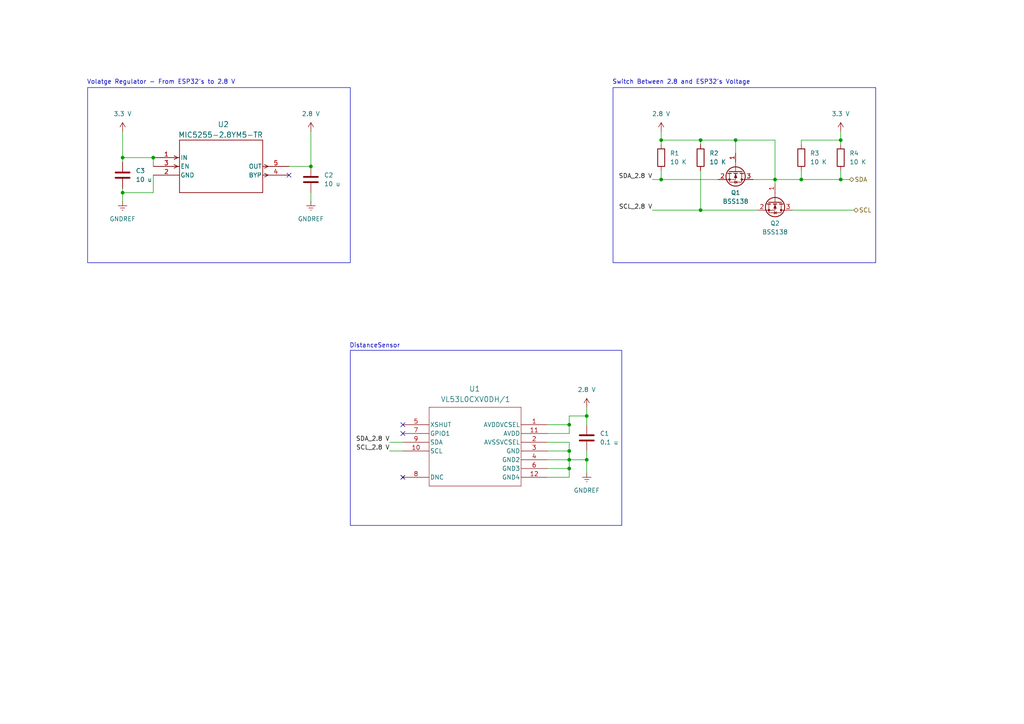
<source format=kicad_sch>
(kicad_sch
	(version 20250114)
	(generator "eeschema")
	(generator_version "9.0")
	(uuid "d4539747-aa14-4ceb-8ad9-d22e351a6ffb")
	(paper "A4")
	(lib_symbols
		(symbol "HMS_SSymbols_Library:BSS138"
			(pin_names
				(offset 0)
				(hide yes)
			)
			(exclude_from_sim no)
			(in_bom yes)
			(on_board yes)
			(property "Reference" "Q"
				(at 5.08 1.905 0)
				(effects
					(font
						(size 1.27 1.27)
					)
					(justify left)
				)
			)
			(property "Value" "BSS138"
				(at 5.08 0 0)
				(effects
					(font
						(size 1.27 1.27)
					)
					(justify left)
				)
			)
			(property "Footprint" "Package_TO_SOT_SMD:SOT-23"
				(at 5.08 -1.905 0)
				(effects
					(font
						(size 1.27 1.27)
						(italic yes)
					)
					(justify left)
					(hide yes)
				)
			)
			(property "Datasheet" "https://www.onsemi.com/pub/Collateral/BSS138-D.PDF"
				(at 5.08 -3.81 0)
				(effects
					(font
						(size 1.27 1.27)
					)
					(justify left)
					(hide yes)
				)
			)
			(property "Description" "50V Vds, 0.22A Id, N-Channel MOSFET, SOT-23"
				(at 0 0 0)
				(effects
					(font
						(size 1.27 1.27)
					)
					(hide yes)
				)
			)
			(property "ki_keywords" "N-Channel MOSFET"
				(at 0 0 0)
				(effects
					(font
						(size 1.27 1.27)
					)
					(hide yes)
				)
			)
			(property "ki_fp_filters" "SOT?23*"
				(at 0 0 0)
				(effects
					(font
						(size 1.27 1.27)
					)
					(hide yes)
				)
			)
			(symbol "BSS138_0_1"
				(polyline
					(pts
						(xy 0.254 1.905) (xy 0.254 -1.905)
					)
					(stroke
						(width 0.254)
						(type default)
					)
					(fill
						(type none)
					)
				)
				(polyline
					(pts
						(xy 0.254 0) (xy -2.54 0)
					)
					(stroke
						(width 0)
						(type default)
					)
					(fill
						(type none)
					)
				)
				(polyline
					(pts
						(xy 0.762 2.286) (xy 0.762 1.27)
					)
					(stroke
						(width 0.254)
						(type default)
					)
					(fill
						(type none)
					)
				)
				(polyline
					(pts
						(xy 0.762 0.508) (xy 0.762 -0.508)
					)
					(stroke
						(width 0.254)
						(type default)
					)
					(fill
						(type none)
					)
				)
				(polyline
					(pts
						(xy 0.762 -1.27) (xy 0.762 -2.286)
					)
					(stroke
						(width 0.254)
						(type default)
					)
					(fill
						(type none)
					)
				)
				(polyline
					(pts
						(xy 0.762 -1.778) (xy 3.302 -1.778) (xy 3.302 1.778) (xy 0.762 1.778)
					)
					(stroke
						(width 0)
						(type default)
					)
					(fill
						(type none)
					)
				)
				(polyline
					(pts
						(xy 1.016 0) (xy 2.032 0.381) (xy 2.032 -0.381) (xy 1.016 0)
					)
					(stroke
						(width 0)
						(type default)
					)
					(fill
						(type outline)
					)
				)
				(circle
					(center 1.651 0)
					(radius 2.794)
					(stroke
						(width 0.254)
						(type default)
					)
					(fill
						(type none)
					)
				)
				(polyline
					(pts
						(xy 2.54 2.54) (xy 2.54 1.778)
					)
					(stroke
						(width 0)
						(type default)
					)
					(fill
						(type none)
					)
				)
				(circle
					(center 2.54 1.778)
					(radius 0.254)
					(stroke
						(width 0)
						(type default)
					)
					(fill
						(type outline)
					)
				)
				(circle
					(center 2.54 -1.778)
					(radius 0.254)
					(stroke
						(width 0)
						(type default)
					)
					(fill
						(type outline)
					)
				)
				(polyline
					(pts
						(xy 2.54 -2.54) (xy 2.54 0) (xy 0.762 0)
					)
					(stroke
						(width 0)
						(type default)
					)
					(fill
						(type none)
					)
				)
				(polyline
					(pts
						(xy 2.921 0.381) (xy 3.683 0.381)
					)
					(stroke
						(width 0)
						(type default)
					)
					(fill
						(type none)
					)
				)
				(polyline
					(pts
						(xy 3.302 0.381) (xy 2.921 -0.254) (xy 3.683 -0.254) (xy 3.302 0.381)
					)
					(stroke
						(width 0)
						(type default)
					)
					(fill
						(type none)
					)
				)
			)
			(symbol "BSS138_1_1"
				(pin input line
					(at -5.08 0 0)
					(length 2.54)
					(name "G"
						(effects
							(font
								(size 1.27 1.27)
							)
						)
					)
					(number "1"
						(effects
							(font
								(size 1.27 1.27)
							)
						)
					)
				)
				(pin passive line
					(at 2.54 5.08 270)
					(length 2.54)
					(name "D"
						(effects
							(font
								(size 1.27 1.27)
							)
						)
					)
					(number "3"
						(effects
							(font
								(size 1.27 1.27)
							)
						)
					)
				)
				(pin passive line
					(at 2.54 -5.08 90)
					(length 2.54)
					(name "S"
						(effects
							(font
								(size 1.27 1.27)
							)
						)
					)
					(number "2"
						(effects
							(font
								(size 1.27 1.27)
							)
						)
					)
				)
			)
			(embedded_fonts no)
		)
		(symbol "HMS_SSymbols_Library:C"
			(pin_numbers
				(hide yes)
			)
			(pin_names
				(offset 0.254)
			)
			(exclude_from_sim no)
			(in_bom yes)
			(on_board yes)
			(property "Reference" "C"
				(at 0.635 2.54 0)
				(effects
					(font
						(size 1.27 1.27)
					)
					(justify left)
				)
			)
			(property "Value" "C"
				(at 0.635 -2.54 0)
				(effects
					(font
						(size 1.27 1.27)
					)
					(justify left)
				)
			)
			(property "Footprint" ""
				(at 0.9652 -3.81 0)
				(effects
					(font
						(size 1.27 1.27)
					)
					(hide yes)
				)
			)
			(property "Datasheet" "~"
				(at 0 0 0)
				(effects
					(font
						(size 1.27 1.27)
					)
					(hide yes)
				)
			)
			(property "Description" "Unpolarized capacitor"
				(at 0 0 0)
				(effects
					(font
						(size 1.27 1.27)
					)
					(hide yes)
				)
			)
			(property "ki_keywords" "cap capacitor"
				(at 0 0 0)
				(effects
					(font
						(size 1.27 1.27)
					)
					(hide yes)
				)
			)
			(property "ki_fp_filters" "C_*"
				(at 0 0 0)
				(effects
					(font
						(size 1.27 1.27)
					)
					(hide yes)
				)
			)
			(symbol "C_0_1"
				(polyline
					(pts
						(xy -2.032 0.762) (xy 2.032 0.762)
					)
					(stroke
						(width 0.508)
						(type default)
					)
					(fill
						(type none)
					)
				)
				(polyline
					(pts
						(xy -2.032 -0.762) (xy 2.032 -0.762)
					)
					(stroke
						(width 0.508)
						(type default)
					)
					(fill
						(type none)
					)
				)
			)
			(symbol "C_1_1"
				(pin passive line
					(at 0 3.81 270)
					(length 2.794)
					(name "~"
						(effects
							(font
								(size 1.27 1.27)
							)
						)
					)
					(number "1"
						(effects
							(font
								(size 1.27 1.27)
							)
						)
					)
				)
				(pin passive line
					(at 0 -3.81 90)
					(length 2.794)
					(name "~"
						(effects
							(font
								(size 1.27 1.27)
							)
						)
					)
					(number "2"
						(effects
							(font
								(size 1.27 1.27)
							)
						)
					)
				)
			)
			(embedded_fonts no)
		)
		(symbol "HMS_SSymbols_Library:GNDREF"
			(power)
			(pin_numbers
				(hide yes)
			)
			(pin_names
				(offset 0)
				(hide yes)
			)
			(exclude_from_sim no)
			(in_bom yes)
			(on_board yes)
			(property "Reference" "#PWR"
				(at 0 -6.35 0)
				(effects
					(font
						(size 1.27 1.27)
					)
					(hide yes)
				)
			)
			(property "Value" "GNDREF"
				(at 0 -3.81 0)
				(effects
					(font
						(size 1.27 1.27)
					)
				)
			)
			(property "Footprint" ""
				(at 0 0 0)
				(effects
					(font
						(size 1.27 1.27)
					)
					(hide yes)
				)
			)
			(property "Datasheet" ""
				(at 0 0 0)
				(effects
					(font
						(size 1.27 1.27)
					)
					(hide yes)
				)
			)
			(property "Description" "Power symbol creates a global label with name \"GNDREF\" , reference supply ground"
				(at 0 0 0)
				(effects
					(font
						(size 1.27 1.27)
					)
					(hide yes)
				)
			)
			(property "ki_keywords" "global power"
				(at 0 0 0)
				(effects
					(font
						(size 1.27 1.27)
					)
					(hide yes)
				)
			)
			(symbol "GNDREF_0_1"
				(polyline
					(pts
						(xy -0.635 -1.905) (xy 0.635 -1.905)
					)
					(stroke
						(width 0)
						(type default)
					)
					(fill
						(type none)
					)
				)
				(polyline
					(pts
						(xy -0.127 -2.54) (xy 0.127 -2.54)
					)
					(stroke
						(width 0)
						(type default)
					)
					(fill
						(type none)
					)
				)
				(polyline
					(pts
						(xy 0 -1.27) (xy 0 0)
					)
					(stroke
						(width 0)
						(type default)
					)
					(fill
						(type none)
					)
				)
				(polyline
					(pts
						(xy 1.27 -1.27) (xy -1.27 -1.27)
					)
					(stroke
						(width 0)
						(type default)
					)
					(fill
						(type none)
					)
				)
			)
			(symbol "GNDREF_1_1"
				(pin power_in line
					(at 0 0 270)
					(length 0)
					(name "~"
						(effects
							(font
								(size 1.27 1.27)
							)
						)
					)
					(number "1"
						(effects
							(font
								(size 1.27 1.27)
							)
						)
					)
				)
			)
			(embedded_fonts no)
		)
		(symbol "HMS_SSymbols_Library:MIC5255-2.8YM5-TR"
			(pin_names
				(offset 0.254)
			)
			(exclude_from_sim no)
			(in_bom yes)
			(on_board yes)
			(property "Reference" "U"
				(at 19.812 9.652 0)
				(effects
					(font
						(size 1.524 1.524)
					)
				)
			)
			(property "Value" "MIC5255-2.8YM5-TR"
				(at 19.812 7.112 0)
				(effects
					(font
						(size 1.524 1.524)
					)
				)
			)
			(property "Footprint" "SOT-23-5_M5_MCH"
				(at 0 0 0)
				(effects
					(font
						(size 1.27 1.27)
						(italic yes)
					)
					(hide yes)
				)
			)
			(property "Datasheet" "MIC5255-2.8YM5-TR"
				(at 0 0 0)
				(effects
					(font
						(size 1.27 1.27)
						(italic yes)
					)
					(hide yes)
				)
			)
			(property "Description" ""
				(at 0 0 0)
				(effects
					(font
						(size 1.27 1.27)
					)
					(hide yes)
				)
			)
			(property "ki_locked" ""
				(at 0 0 0)
				(effects
					(font
						(size 1.27 1.27)
					)
				)
			)
			(property "ki_keywords" "MIC5255-2.8YM5-TR"
				(at 0 0 0)
				(effects
					(font
						(size 1.27 1.27)
					)
					(hide yes)
				)
			)
			(property "ki_fp_filters" "SOT-23-5_M5_MCH SOT-23-5_M5_MCH-M SOT-23-5_M5_MCH-L"
				(at 0 0 0)
				(effects
					(font
						(size 1.27 1.27)
					)
					(hide yes)
				)
			)
			(symbol "MIC5255-2.8YM5-TR_0_1"
				(polyline
					(pts
						(xy 7.0993 0) (xy 6.0579 0.5207)
					)
					(stroke
						(width 0.2032)
						(type default)
					)
					(fill
						(type none)
					)
				)
				(polyline
					(pts
						(xy 7.0993 0) (xy 6.0579 -0.5207)
					)
					(stroke
						(width 0.2032)
						(type default)
					)
					(fill
						(type none)
					)
				)
				(polyline
					(pts
						(xy 7.0993 -2.54) (xy 6.0579 -2.0193)
					)
					(stroke
						(width 0.2032)
						(type default)
					)
					(fill
						(type none)
					)
				)
				(polyline
					(pts
						(xy 7.0993 -2.54) (xy 6.0579 -3.0607)
					)
					(stroke
						(width 0.2032)
						(type default)
					)
					(fill
						(type none)
					)
				)
				(polyline
					(pts
						(xy 7.62 5.08) (xy 7.62 -10.16)
					)
					(stroke
						(width 0.2032)
						(type default)
					)
					(fill
						(type none)
					)
				)
				(polyline
					(pts
						(xy 7.62 -10.16) (xy 31.75 -10.16)
					)
					(stroke
						(width 0.2032)
						(type default)
					)
					(fill
						(type none)
					)
				)
				(polyline
					(pts
						(xy 31.75 5.08) (xy 7.62 5.08)
					)
					(stroke
						(width 0.2032)
						(type default)
					)
					(fill
						(type none)
					)
				)
				(polyline
					(pts
						(xy 31.75 -10.16) (xy 31.75 5.08)
					)
					(stroke
						(width 0.2032)
						(type default)
					)
					(fill
						(type none)
					)
				)
				(polyline
					(pts
						(xy 32.2707 -2.0193) (xy 33.3121 -2.54)
					)
					(stroke
						(width 0.2032)
						(type default)
					)
					(fill
						(type none)
					)
				)
				(polyline
					(pts
						(xy 32.2707 -3.0607) (xy 33.3121 -2.54)
					)
					(stroke
						(width 0.2032)
						(type default)
					)
					(fill
						(type none)
					)
				)
				(polyline
					(pts
						(xy 32.2707 -4.5593) (xy 33.3121 -5.08)
					)
					(stroke
						(width 0.2032)
						(type default)
					)
					(fill
						(type none)
					)
				)
				(polyline
					(pts
						(xy 32.2707 -5.6007) (xy 33.3121 -5.08)
					)
					(stroke
						(width 0.2032)
						(type default)
					)
					(fill
						(type none)
					)
				)
				(pin input line
					(at 0 0 0)
					(length 7.62)
					(name "IN"
						(effects
							(font
								(size 1.27 1.27)
							)
						)
					)
					(number "1"
						(effects
							(font
								(size 1.27 1.27)
							)
						)
					)
				)
				(pin input line
					(at 0 -2.54 0)
					(length 7.62)
					(name "EN"
						(effects
							(font
								(size 1.27 1.27)
							)
						)
					)
					(number "3"
						(effects
							(font
								(size 1.27 1.27)
							)
						)
					)
				)
				(pin power_in line
					(at 0 -5.08 0)
					(length 7.62)
					(name "GND"
						(effects
							(font
								(size 1.27 1.27)
							)
						)
					)
					(number "2"
						(effects
							(font
								(size 1.27 1.27)
							)
						)
					)
				)
				(pin output line
					(at 39.37 -2.54 180)
					(length 7.62)
					(name "OUT"
						(effects
							(font
								(size 1.27 1.27)
							)
						)
					)
					(number "5"
						(effects
							(font
								(size 1.27 1.27)
							)
						)
					)
				)
				(pin output line
					(at 39.37 -5.08 180)
					(length 7.62)
					(name "BYP"
						(effects
							(font
								(size 1.27 1.27)
							)
						)
					)
					(number "4"
						(effects
							(font
								(size 1.27 1.27)
							)
						)
					)
				)
			)
			(embedded_fonts no)
		)
		(symbol "HMS_SSymbols_Library:R"
			(pin_numbers
				(hide yes)
			)
			(pin_names
				(offset 0)
			)
			(exclude_from_sim no)
			(in_bom yes)
			(on_board yes)
			(property "Reference" "R"
				(at 2.032 0 90)
				(effects
					(font
						(size 1.27 1.27)
					)
				)
			)
			(property "Value" "R"
				(at 0 0 90)
				(effects
					(font
						(size 1.27 1.27)
					)
				)
			)
			(property "Footprint" ""
				(at -1.778 0 90)
				(effects
					(font
						(size 1.27 1.27)
					)
					(hide yes)
				)
			)
			(property "Datasheet" "~"
				(at 0 0 0)
				(effects
					(font
						(size 1.27 1.27)
					)
					(hide yes)
				)
			)
			(property "Description" "Resistor"
				(at 0 0 0)
				(effects
					(font
						(size 1.27 1.27)
					)
					(hide yes)
				)
			)
			(property "ki_keywords" "R res resistor"
				(at 0 0 0)
				(effects
					(font
						(size 1.27 1.27)
					)
					(hide yes)
				)
			)
			(property "ki_fp_filters" "R_*"
				(at 0 0 0)
				(effects
					(font
						(size 1.27 1.27)
					)
					(hide yes)
				)
			)
			(symbol "R_0_1"
				(rectangle
					(start -1.016 -2.54)
					(end 1.016 2.54)
					(stroke
						(width 0.254)
						(type default)
					)
					(fill
						(type none)
					)
				)
			)
			(symbol "R_1_1"
				(pin passive line
					(at 0 3.81 270)
					(length 1.27)
					(name "~"
						(effects
							(font
								(size 1.27 1.27)
							)
						)
					)
					(number "1"
						(effects
							(font
								(size 1.27 1.27)
							)
						)
					)
				)
				(pin passive line
					(at 0 -3.81 90)
					(length 1.27)
					(name "~"
						(effects
							(font
								(size 1.27 1.27)
							)
						)
					)
					(number "2"
						(effects
							(font
								(size 1.27 1.27)
							)
						)
					)
				)
			)
			(embedded_fonts no)
		)
		(symbol "HMS_SSymbols_Library:VDC"
			(power)
			(pin_numbers
				(hide yes)
			)
			(pin_names
				(offset 0)
				(hide yes)
			)
			(exclude_from_sim no)
			(in_bom yes)
			(on_board yes)
			(property "Reference" "#PWR"
				(at 0 -3.81 0)
				(effects
					(font
						(size 1.27 1.27)
					)
					(hide yes)
				)
			)
			(property "Value" "VDC"
				(at 0 3.556 0)
				(effects
					(font
						(size 1.27 1.27)
					)
				)
			)
			(property "Footprint" ""
				(at 0 0 0)
				(effects
					(font
						(size 1.27 1.27)
					)
					(hide yes)
				)
			)
			(property "Datasheet" ""
				(at 0 0 0)
				(effects
					(font
						(size 1.27 1.27)
					)
					(hide yes)
				)
			)
			(property "Description" "Power symbol creates a global label with name \"VDC\""
				(at 0 0 0)
				(effects
					(font
						(size 1.27 1.27)
					)
					(hide yes)
				)
			)
			(property "ki_keywords" "global power"
				(at 0 0 0)
				(effects
					(font
						(size 1.27 1.27)
					)
					(hide yes)
				)
			)
			(symbol "VDC_0_1"
				(polyline
					(pts
						(xy -0.762 1.27) (xy 0 2.54)
					)
					(stroke
						(width 0)
						(type default)
					)
					(fill
						(type none)
					)
				)
				(polyline
					(pts
						(xy 0 2.54) (xy 0.762 1.27)
					)
					(stroke
						(width 0)
						(type default)
					)
					(fill
						(type none)
					)
				)
				(polyline
					(pts
						(xy 0 0) (xy 0 2.54)
					)
					(stroke
						(width 0)
						(type default)
					)
					(fill
						(type none)
					)
				)
			)
			(symbol "VDC_1_1"
				(pin power_in line
					(at 0 0 90)
					(length 0)
					(name "~"
						(effects
							(font
								(size 1.27 1.27)
							)
						)
					)
					(number "1"
						(effects
							(font
								(size 1.27 1.27)
							)
						)
					)
				)
			)
			(embedded_fonts no)
		)
		(symbol "HMS_SSymbols_Library:VL53L0CXV0DH_1"
			(pin_names
				(offset 0.254)
			)
			(exclude_from_sim no)
			(in_bom yes)
			(on_board yes)
			(property "Reference" "U"
				(at 20.828 9.906 0)
				(effects
					(font
						(size 1.524 1.524)
					)
				)
			)
			(property "Value" "VL53L0CXV0DH/1"
				(at 20.828 7.366 0)
				(effects
					(font
						(size 1.524 1.524)
					)
				)
			)
			(property "Footprint" "LGA12_STM"
				(at 0 0 0)
				(effects
					(font
						(size 1.27 1.27)
						(italic yes)
					)
					(hide yes)
				)
			)
			(property "Datasheet" "https://www.st.com/resource/en/datasheet/vl53l0x.pdf"
				(at 19.558 3.81 0)
				(effects
					(font
						(size 1.27 1.27)
						(italic yes)
					)
					(hide yes)
				)
			)
			(property "Description" ""
				(at 0 0 0)
				(effects
					(font
						(size 1.27 1.27)
					)
					(hide yes)
				)
			)
			(property "ki_locked" ""
				(at 0 0 0)
				(effects
					(font
						(size 1.27 1.27)
					)
				)
			)
			(property "ki_keywords" "VL53L0CXV0DH/1"
				(at 0 0 0)
				(effects
					(font
						(size 1.27 1.27)
					)
					(hide yes)
				)
			)
			(property "ki_fp_filters" "LGA12_STM LGA12_STM-M LGA12_STM-L"
				(at 0 0 0)
				(effects
					(font
						(size 1.27 1.27)
					)
					(hide yes)
				)
			)
			(symbol "VL53L0CXV0DH_1_0_1"
				(polyline
					(pts
						(xy 7.62 5.08) (xy 7.62 -17.78)
					)
					(stroke
						(width 0.127)
						(type default)
					)
					(fill
						(type none)
					)
				)
				(polyline
					(pts
						(xy 7.62 -17.78) (xy 34.29 -17.78)
					)
					(stroke
						(width 0.127)
						(type default)
					)
					(fill
						(type none)
					)
				)
				(polyline
					(pts
						(xy 34.29 5.08) (xy 7.62 5.08)
					)
					(stroke
						(width 0.127)
						(type default)
					)
					(fill
						(type none)
					)
				)
				(polyline
					(pts
						(xy 34.29 -17.78) (xy 34.29 5.08)
					)
					(stroke
						(width 0.127)
						(type default)
					)
					(fill
						(type none)
					)
				)
				(pin input line
					(at 0 0 0)
					(length 7.62)
					(name "XSHUT"
						(effects
							(font
								(size 1.27 1.27)
							)
						)
					)
					(number "5"
						(effects
							(font
								(size 1.27 1.27)
							)
						)
					)
				)
				(pin bidirectional line
					(at 0 -2.54 0)
					(length 7.62)
					(name "GPIO1"
						(effects
							(font
								(size 1.27 1.27)
							)
						)
					)
					(number "7"
						(effects
							(font
								(size 1.27 1.27)
							)
						)
					)
				)
				(pin bidirectional line
					(at 0 -5.08 0)
					(length 7.62)
					(name "SDA"
						(effects
							(font
								(size 1.27 1.27)
							)
						)
					)
					(number "9"
						(effects
							(font
								(size 1.27 1.27)
							)
						)
					)
				)
				(pin input line
					(at 0 -7.62 0)
					(length 7.62)
					(name "SCL"
						(effects
							(font
								(size 1.27 1.27)
							)
						)
					)
					(number "10"
						(effects
							(font
								(size 1.27 1.27)
							)
						)
					)
				)
				(pin no_connect line
					(at 0 -15.24 0)
					(length 7.62)
					(name "DNC"
						(effects
							(font
								(size 1.27 1.27)
							)
						)
					)
					(number "8"
						(effects
							(font
								(size 1.27 1.27)
							)
						)
					)
				)
				(pin power_in line
					(at 41.91 0 180)
					(length 7.62)
					(name "AVDDVCSEL"
						(effects
							(font
								(size 1.27 1.27)
							)
						)
					)
					(number "1"
						(effects
							(font
								(size 1.27 1.27)
							)
						)
					)
				)
				(pin power_in line
					(at 41.91 -2.54 180)
					(length 7.62)
					(name "AVDD"
						(effects
							(font
								(size 1.27 1.27)
							)
						)
					)
					(number "11"
						(effects
							(font
								(size 1.27 1.27)
							)
						)
					)
				)
				(pin power_in line
					(at 41.91 -5.08 180)
					(length 7.62)
					(name "AVSSVCSEL"
						(effects
							(font
								(size 1.27 1.27)
							)
						)
					)
					(number "2"
						(effects
							(font
								(size 1.27 1.27)
							)
						)
					)
				)
				(pin power_in line
					(at 41.91 -7.62 180)
					(length 7.62)
					(name "GND"
						(effects
							(font
								(size 1.27 1.27)
							)
						)
					)
					(number "3"
						(effects
							(font
								(size 1.27 1.27)
							)
						)
					)
				)
				(pin power_in line
					(at 41.91 -10.16 180)
					(length 7.62)
					(name "GND2"
						(effects
							(font
								(size 1.27 1.27)
							)
						)
					)
					(number "4"
						(effects
							(font
								(size 1.27 1.27)
							)
						)
					)
				)
				(pin power_in line
					(at 41.91 -12.7 180)
					(length 7.62)
					(name "GND3"
						(effects
							(font
								(size 1.27 1.27)
							)
						)
					)
					(number "6"
						(effects
							(font
								(size 1.27 1.27)
							)
						)
					)
				)
				(pin power_in line
					(at 41.91 -15.24 180)
					(length 7.62)
					(name "GND4"
						(effects
							(font
								(size 1.27 1.27)
							)
						)
					)
					(number "12"
						(effects
							(font
								(size 1.27 1.27)
							)
						)
					)
				)
			)
			(embedded_fonts no)
		)
	)
	(rectangle
		(start 25.4 25.4)
		(end 101.6 76.2)
		(stroke
			(width 0)
			(type default)
		)
		(fill
			(type none)
		)
		(uuid 0c6b39ea-8994-4b46-8732-123fdc552b97)
	)
	(rectangle
		(start 177.8 25.4)
		(end 254 76.2)
		(stroke
			(width 0)
			(type default)
		)
		(fill
			(type none)
		)
		(uuid c6142972-44f3-4fea-9522-2b32dfeab602)
	)
	(rectangle
		(start 101.6 101.6)
		(end 180.34 152.4)
		(stroke
			(width 0)
			(type default)
		)
		(fill
			(type none)
		)
		(uuid e3ddb43d-be80-4459-a1d2-d2f3efe7b238)
	)
	(text "Volatge Regulator - From ESP32's to 2.8 V"
		(exclude_from_sim no)
		(at 46.736 23.876 0)
		(effects
			(font
				(size 1.27 1.27)
			)
		)
		(uuid "367bb2f6-264c-4845-a617-79f349714ce8")
	)
	(text "Switch Between 2.8 and ESP32's Voltage"
		(exclude_from_sim no)
		(at 197.612 23.876 0)
		(effects
			(font
				(size 1.27 1.27)
			)
		)
		(uuid "bcb54be6-a479-46ac-b98a-7e85947cf416")
	)
	(text "DistanceSensor"
		(exclude_from_sim no)
		(at 108.712 100.33 0)
		(effects
			(font
				(size 1.27 1.27)
			)
		)
		(uuid "e121348f-4eda-4554-aa18-ac69c6cee1fb")
	)
	(junction
		(at 90.17 48.26)
		(diameter 0)
		(color 0 0 0 0)
		(uuid "1efe3319-a5fd-422c-b594-2257311dd1cc")
	)
	(junction
		(at 35.56 45.72)
		(diameter 0)
		(color 0 0 0 0)
		(uuid "2930b90f-61b2-4bb4-96d2-82d168709d20")
	)
	(junction
		(at 44.45 45.72)
		(diameter 0)
		(color 0 0 0 0)
		(uuid "2edb4407-2887-4658-a860-b9d691bcac8c")
	)
	(junction
		(at 170.18 133.35)
		(diameter 0)
		(color 0 0 0 0)
		(uuid "323b3a36-d997-49c4-8716-c6be12927262")
	)
	(junction
		(at 165.1 133.35)
		(diameter 0)
		(color 0 0 0 0)
		(uuid "3869dfc7-0bca-4fe7-9c77-73d9c5efd67c")
	)
	(junction
		(at 165.1 123.19)
		(diameter 0)
		(color 0 0 0 0)
		(uuid "46fb1c09-2c94-4583-87c4-245af51e39dd")
	)
	(junction
		(at 191.77 52.07)
		(diameter 0)
		(color 0 0 0 0)
		(uuid "514f8655-2734-47d1-8e58-8fb816624553")
	)
	(junction
		(at 243.84 40.64)
		(diameter 0)
		(color 0 0 0 0)
		(uuid "5e0e97a3-de79-406b-9d4c-b0085446645e")
	)
	(junction
		(at 224.79 52.07)
		(diameter 0)
		(color 0 0 0 0)
		(uuid "5e3cd6c8-1c04-4c0f-a72c-6c587ac87313")
	)
	(junction
		(at 165.1 130.81)
		(diameter 0)
		(color 0 0 0 0)
		(uuid "67219353-18d0-4408-9e35-79d08777d20e")
	)
	(junction
		(at 213.36 40.64)
		(diameter 0)
		(color 0 0 0 0)
		(uuid "7cd1e765-6c52-4059-b3b6-7b82565ec0e5")
	)
	(junction
		(at 243.84 52.07)
		(diameter 0)
		(color 0 0 0 0)
		(uuid "825ac276-25ba-4719-9718-a4e9e86d8a5c")
	)
	(junction
		(at 170.18 120.65)
		(diameter 0)
		(color 0 0 0 0)
		(uuid "92929002-54dc-45a5-9ea1-da0139605f4a")
	)
	(junction
		(at 35.56 55.88)
		(diameter 0)
		(color 0 0 0 0)
		(uuid "a0ea6790-7e45-4634-bd1b-a8661e85a8a9")
	)
	(junction
		(at 203.2 60.96)
		(diameter 0)
		(color 0 0 0 0)
		(uuid "a79fe0bb-9ea1-4672-bc08-ec05be56a3a0")
	)
	(junction
		(at 165.1 135.89)
		(diameter 0)
		(color 0 0 0 0)
		(uuid "a859997b-8130-4d06-8567-f323fdcc9bd1")
	)
	(junction
		(at 203.2 40.64)
		(diameter 0)
		(color 0 0 0 0)
		(uuid "b1ba4e06-9f75-4ee5-b152-cd73b3f21b86")
	)
	(junction
		(at 232.41 52.07)
		(diameter 0)
		(color 0 0 0 0)
		(uuid "bd070bca-296f-4dbf-970a-64b0e781fc78")
	)
	(junction
		(at 191.77 40.64)
		(diameter 0)
		(color 0 0 0 0)
		(uuid "cc15e087-c2df-4ae3-aea7-cf792810af85")
	)
	(no_connect
		(at 116.84 125.73)
		(uuid "4c88bc9b-a001-4f7b-b390-95abf1034b5e")
	)
	(no_connect
		(at 83.82 50.8)
		(uuid "909bb004-40af-4055-9702-bf0e4e1f50c8")
	)
	(no_connect
		(at 116.84 123.19)
		(uuid "d60bd509-b9e4-495e-bb0b-37034ee02a0d")
	)
	(no_connect
		(at 116.84 138.43)
		(uuid "e22a85bb-92ed-4dae-882c-4ffeb7da46d5")
	)
	(wire
		(pts
			(xy 165.1 133.35) (xy 170.18 133.35)
		)
		(stroke
			(width 0)
			(type default)
		)
		(uuid "028c3c6f-3076-444b-8918-0cd8af660985")
	)
	(wire
		(pts
			(xy 229.87 60.96) (xy 247.65 60.96)
		)
		(stroke
			(width 0)
			(type default)
		)
		(uuid "094bd36c-0d71-410b-b82f-e7a981c6c3de")
	)
	(wire
		(pts
			(xy 35.56 45.72) (xy 44.45 45.72)
		)
		(stroke
			(width 0)
			(type default)
		)
		(uuid "09a46e2f-fe8c-47be-a94d-00f19054f727")
	)
	(wire
		(pts
			(xy 243.84 52.07) (xy 246.38 52.07)
		)
		(stroke
			(width 0)
			(type default)
		)
		(uuid "0cf6d932-8871-4cb1-b63d-e93be9ab6942")
	)
	(wire
		(pts
			(xy 191.77 49.53) (xy 191.77 52.07)
		)
		(stroke
			(width 0)
			(type default)
		)
		(uuid "1a69d01c-f920-4eb3-90e0-001ad9a8a388")
	)
	(wire
		(pts
			(xy 170.18 130.81) (xy 170.18 133.35)
		)
		(stroke
			(width 0)
			(type default)
		)
		(uuid "237bc79d-7f91-4e2f-a2f5-4542e29e95fd")
	)
	(wire
		(pts
			(xy 191.77 38.1) (xy 191.77 40.64)
		)
		(stroke
			(width 0)
			(type default)
		)
		(uuid "24f32cb9-1840-480b-ba13-69dec7d77350")
	)
	(wire
		(pts
			(xy 83.82 48.26) (xy 90.17 48.26)
		)
		(stroke
			(width 0)
			(type default)
		)
		(uuid "29adf7cc-427a-4fb7-8395-f5f00d4cda8f")
	)
	(wire
		(pts
			(xy 191.77 52.07) (xy 208.28 52.07)
		)
		(stroke
			(width 0)
			(type default)
		)
		(uuid "2a75e487-7e2a-4c3f-8fcc-678124eeed19")
	)
	(wire
		(pts
			(xy 158.75 128.27) (xy 165.1 128.27)
		)
		(stroke
			(width 0)
			(type default)
		)
		(uuid "2bce27d6-7afa-4358-95e0-221a8e607a23")
	)
	(wire
		(pts
			(xy 35.56 55.88) (xy 35.56 58.42)
		)
		(stroke
			(width 0)
			(type default)
		)
		(uuid "33789d84-4b86-412e-b5b7-6ab535cdc904")
	)
	(wire
		(pts
			(xy 232.41 52.07) (xy 243.84 52.07)
		)
		(stroke
			(width 0)
			(type default)
		)
		(uuid "338929e6-0b1f-4587-9d2c-8c436c61a3f5")
	)
	(wire
		(pts
			(xy 203.2 49.53) (xy 203.2 60.96)
		)
		(stroke
			(width 0)
			(type default)
		)
		(uuid "39b9de99-431a-415f-9aaa-93df03fe0600")
	)
	(wire
		(pts
			(xy 90.17 58.42) (xy 90.17 55.88)
		)
		(stroke
			(width 0)
			(type default)
		)
		(uuid "4bd96ab8-f4a2-43ce-a3ac-73f58effb5b4")
	)
	(wire
		(pts
			(xy 170.18 120.65) (xy 165.1 120.65)
		)
		(stroke
			(width 0)
			(type default)
		)
		(uuid "4f0ee76a-6fcf-4581-bcbc-34814ebae4fc")
	)
	(wire
		(pts
			(xy 158.75 130.81) (xy 165.1 130.81)
		)
		(stroke
			(width 0)
			(type default)
		)
		(uuid "51aacb2a-afb1-4fb8-8fac-7dc1f9c6c0f9")
	)
	(wire
		(pts
			(xy 213.36 40.64) (xy 203.2 40.64)
		)
		(stroke
			(width 0)
			(type default)
		)
		(uuid "549ea76c-28e7-40eb-9513-a51c8d72dc13")
	)
	(wire
		(pts
			(xy 165.1 123.19) (xy 158.75 123.19)
		)
		(stroke
			(width 0)
			(type default)
		)
		(uuid "56dfc79f-cd38-4f3d-a5a5-73250218c180")
	)
	(wire
		(pts
			(xy 158.75 135.89) (xy 165.1 135.89)
		)
		(stroke
			(width 0)
			(type default)
		)
		(uuid "5c91eab0-6f63-4551-8960-f4d4e7c66f41")
	)
	(wire
		(pts
			(xy 35.56 38.1) (xy 35.56 45.72)
		)
		(stroke
			(width 0)
			(type default)
		)
		(uuid "5dd947bf-031e-491e-a47f-c49c91fe084d")
	)
	(wire
		(pts
			(xy 165.1 120.65) (xy 165.1 123.19)
		)
		(stroke
			(width 0)
			(type default)
		)
		(uuid "5fa985bf-e98f-4b53-b433-3dea1e0eae76")
	)
	(wire
		(pts
			(xy 203.2 41.91) (xy 203.2 40.64)
		)
		(stroke
			(width 0)
			(type default)
		)
		(uuid "615b23fd-703f-418c-8eb6-eec61fb30966")
	)
	(wire
		(pts
			(xy 189.23 60.96) (xy 203.2 60.96)
		)
		(stroke
			(width 0)
			(type default)
		)
		(uuid "639f926b-bcb2-4461-a334-ed801fdbb91b")
	)
	(wire
		(pts
			(xy 170.18 123.19) (xy 170.18 120.65)
		)
		(stroke
			(width 0)
			(type default)
		)
		(uuid "65705d9e-2c8d-4147-ae8a-3d92f8bffb11")
	)
	(wire
		(pts
			(xy 213.36 40.64) (xy 213.36 44.45)
		)
		(stroke
			(width 0)
			(type default)
		)
		(uuid "6920ee85-dc03-4cdc-ac8b-c05e7c644727")
	)
	(wire
		(pts
			(xy 224.79 52.07) (xy 224.79 40.64)
		)
		(stroke
			(width 0)
			(type default)
		)
		(uuid "729e2cdf-02ce-4572-907f-f14b92373df6")
	)
	(wire
		(pts
			(xy 35.56 45.72) (xy 35.56 46.99)
		)
		(stroke
			(width 0)
			(type default)
		)
		(uuid "745c056e-f799-4e28-9cdd-c147d5b739fd")
	)
	(wire
		(pts
			(xy 232.41 52.07) (xy 232.41 49.53)
		)
		(stroke
			(width 0)
			(type default)
		)
		(uuid "78a1d401-6002-4093-a560-232a24a1447b")
	)
	(wire
		(pts
			(xy 224.79 52.07) (xy 232.41 52.07)
		)
		(stroke
			(width 0)
			(type default)
		)
		(uuid "7f44a998-a137-4907-ad12-cadacb826974")
	)
	(wire
		(pts
			(xy 90.17 38.1) (xy 90.17 48.26)
		)
		(stroke
			(width 0)
			(type default)
		)
		(uuid "803821bc-1133-4a14-910b-3006886a4986")
	)
	(wire
		(pts
			(xy 232.41 40.64) (xy 232.41 41.91)
		)
		(stroke
			(width 0)
			(type default)
		)
		(uuid "8cea86f4-8941-4a63-87d8-30a448b22285")
	)
	(wire
		(pts
			(xy 170.18 118.11) (xy 170.18 120.65)
		)
		(stroke
			(width 0)
			(type default)
		)
		(uuid "8dde4d23-4501-459e-bb2a-5cec085b6390")
	)
	(wire
		(pts
			(xy 165.1 135.89) (xy 165.1 133.35)
		)
		(stroke
			(width 0)
			(type default)
		)
		(uuid "8f8697b7-65df-49c9-a1fd-34d7a82d7f43")
	)
	(wire
		(pts
			(xy 232.41 40.64) (xy 243.84 40.64)
		)
		(stroke
			(width 0)
			(type default)
		)
		(uuid "94c68847-2e74-4036-8da9-16d69307d58e")
	)
	(wire
		(pts
			(xy 113.03 130.81) (xy 116.84 130.81)
		)
		(stroke
			(width 0)
			(type default)
		)
		(uuid "96cfb4ba-cf2c-46dc-8dd5-fb83acfc0485")
	)
	(wire
		(pts
			(xy 219.71 60.96) (xy 203.2 60.96)
		)
		(stroke
			(width 0)
			(type default)
		)
		(uuid "9cdf3ad2-79c3-406b-9e73-953105a6291c")
	)
	(wire
		(pts
			(xy 165.1 128.27) (xy 165.1 130.81)
		)
		(stroke
			(width 0)
			(type default)
		)
		(uuid "9d4cda3d-8999-4ee2-9972-a69cc46ca3fe")
	)
	(wire
		(pts
			(xy 191.77 41.91) (xy 191.77 40.64)
		)
		(stroke
			(width 0)
			(type default)
		)
		(uuid "a1160396-f0b9-4b0c-a3b7-ae4447bf27f2")
	)
	(wire
		(pts
			(xy 224.79 52.07) (xy 224.79 53.34)
		)
		(stroke
			(width 0)
			(type default)
		)
		(uuid "a1fb24de-806a-4cc8-a199-7fb8972fef94")
	)
	(wire
		(pts
			(xy 158.75 133.35) (xy 165.1 133.35)
		)
		(stroke
			(width 0)
			(type default)
		)
		(uuid "a562afcb-b7f5-4daa-929e-58dc0cc3ab77")
	)
	(wire
		(pts
			(xy 243.84 49.53) (xy 243.84 52.07)
		)
		(stroke
			(width 0)
			(type default)
		)
		(uuid "a744db71-49c4-4378-b5f3-405dfdcaa955")
	)
	(wire
		(pts
			(xy 44.45 55.88) (xy 35.56 55.88)
		)
		(stroke
			(width 0)
			(type default)
		)
		(uuid "ad80aa71-c860-4d81-8e5e-ffd4ea2f5284")
	)
	(wire
		(pts
			(xy 113.03 128.27) (xy 116.84 128.27)
		)
		(stroke
			(width 0)
			(type default)
		)
		(uuid "add9d0c3-75d9-4add-8fc0-406bc8202637")
	)
	(wire
		(pts
			(xy 170.18 133.35) (xy 170.18 137.16)
		)
		(stroke
			(width 0)
			(type default)
		)
		(uuid "b75ca092-0015-4b14-b7ba-a8153b90525b")
	)
	(wire
		(pts
			(xy 243.84 38.1) (xy 243.84 40.64)
		)
		(stroke
			(width 0)
			(type default)
		)
		(uuid "b96c4618-2d60-42e8-a28c-d885b6c6907c")
	)
	(wire
		(pts
			(xy 191.77 40.64) (xy 203.2 40.64)
		)
		(stroke
			(width 0)
			(type default)
		)
		(uuid "bc2a96e6-c80f-4b43-a29d-3704cf90cc14")
	)
	(wire
		(pts
			(xy 165.1 130.81) (xy 165.1 133.35)
		)
		(stroke
			(width 0)
			(type default)
		)
		(uuid "bc2c616a-f890-4e97-ad18-3d1edd62d4da")
	)
	(wire
		(pts
			(xy 165.1 125.73) (xy 165.1 123.19)
		)
		(stroke
			(width 0)
			(type default)
		)
		(uuid "c45a138e-88ce-4033-811e-9060d0e9add3")
	)
	(wire
		(pts
			(xy 189.23 52.07) (xy 191.77 52.07)
		)
		(stroke
			(width 0)
			(type default)
		)
		(uuid "caa20b7f-a6fa-45bd-a1d7-65ca9f8b19f3")
	)
	(wire
		(pts
			(xy 165.1 138.43) (xy 165.1 135.89)
		)
		(stroke
			(width 0)
			(type default)
		)
		(uuid "d0dc04fc-ab5d-4044-81ae-70ef19ce5e24")
	)
	(wire
		(pts
			(xy 218.44 52.07) (xy 224.79 52.07)
		)
		(stroke
			(width 0)
			(type default)
		)
		(uuid "d8386a42-032a-45ae-95f9-84ab8c75b323")
	)
	(wire
		(pts
			(xy 35.56 54.61) (xy 35.56 55.88)
		)
		(stroke
			(width 0)
			(type default)
		)
		(uuid "dd94588a-f0de-437b-9b84-592a841de97e")
	)
	(wire
		(pts
			(xy 44.45 45.72) (xy 44.45 48.26)
		)
		(stroke
			(width 0)
			(type default)
		)
		(uuid "ddb13a9d-1f41-492d-b1a7-976d4f3efb4f")
	)
	(wire
		(pts
			(xy 44.45 50.8) (xy 44.45 55.88)
		)
		(stroke
			(width 0)
			(type default)
		)
		(uuid "ebb893d9-5c5f-4d2e-9f6c-a70f78b5b0e9")
	)
	(wire
		(pts
			(xy 224.79 40.64) (xy 213.36 40.64)
		)
		(stroke
			(width 0)
			(type default)
		)
		(uuid "f6e217b3-29ce-404e-a88f-72061efd62bd")
	)
	(wire
		(pts
			(xy 158.75 125.73) (xy 165.1 125.73)
		)
		(stroke
			(width 0)
			(type default)
		)
		(uuid "fbce93e1-c798-4904-b2cb-b0f40a614a08")
	)
	(wire
		(pts
			(xy 243.84 40.64) (xy 243.84 41.91)
		)
		(stroke
			(width 0)
			(type default)
		)
		(uuid "ffb7c6d9-7758-457b-9844-828403a53aa0")
	)
	(wire
		(pts
			(xy 158.75 138.43) (xy 165.1 138.43)
		)
		(stroke
			(width 0)
			(type default)
		)
		(uuid "ffee4383-e715-4f4c-bf7b-9b5176d6cfa7")
	)
	(label "SDA_2.8 V"
		(at 189.23 52.07 180)
		(effects
			(font
				(size 1.27 1.27)
			)
			(justify right bottom)
		)
		(uuid "7934341e-1aaf-49b1-83e4-aff30e0212b8")
	)
	(label "SCL_2.8 V"
		(at 189.23 60.96 180)
		(effects
			(font
				(size 1.27 1.27)
			)
			(justify right bottom)
		)
		(uuid "883be776-6b44-4f52-beb9-638fb86e83bc")
	)
	(label "SDA_2.8 V"
		(at 113.03 128.27 180)
		(effects
			(font
				(size 1.27 1.27)
			)
			(justify right bottom)
		)
		(uuid "a5f1c4bc-3983-471b-9c25-634a1440dc0d")
	)
	(label "SCL_2.8 V"
		(at 113.03 130.81 180)
		(effects
			(font
				(size 1.27 1.27)
			)
			(justify right bottom)
		)
		(uuid "dee0e217-6176-4b77-a986-31823e412681")
	)
	(hierarchical_label "SDA"
		(shape bidirectional)
		(at 246.38 52.07 0)
		(effects
			(font
				(size 1.27 1.27)
			)
			(justify left)
		)
		(uuid "2bbeafaf-537c-48ce-ba44-656c63ab483f")
	)
	(hierarchical_label "SCL"
		(shape bidirectional)
		(at 247.65 60.96 0)
		(effects
			(font
				(size 1.27 1.27)
			)
			(justify left)
		)
		(uuid "44d13bf8-477f-4589-afc4-1da9d7baa806")
	)
	(symbol
		(lib_id "HMS_SSymbols_Library:C")
		(at 170.18 127 0)
		(unit 1)
		(exclude_from_sim no)
		(in_bom yes)
		(on_board yes)
		(dnp no)
		(fields_autoplaced yes)
		(uuid "04e78c99-f4d5-46b8-9847-7c837cc15cdf")
		(property "Reference" "C1"
			(at 173.99 125.7299 0)
			(effects
				(font
					(size 1.27 1.27)
				)
				(justify left)
			)
		)
		(property "Value" "0.1 u"
			(at 173.99 128.2699 0)
			(effects
				(font
					(size 1.27 1.27)
				)
				(justify left)
			)
		)
		(property "Footprint" ""
			(at 171.1452 130.81 0)
			(effects
				(font
					(size 1.27 1.27)
				)
				(hide yes)
			)
		)
		(property "Datasheet" "~"
			(at 170.18 127 0)
			(effects
				(font
					(size 1.27 1.27)
				)
				(hide yes)
			)
		)
		(property "Description" "Unpolarized capacitor"
			(at 170.18 127 0)
			(effects
				(font
					(size 1.27 1.27)
				)
				(hide yes)
			)
		)
		(pin "1"
			(uuid "36a7c9dd-ed7e-4934-b5a2-8851acdd8724")
		)
		(pin "2"
			(uuid "f7e0ef4f-7f0c-4b5f-a042-8621f1c8defe")
		)
		(instances
			(project "HMS"
				(path "/f58d4a15-dad3-4b2d-a625-0883ffa8695e/67310ac2-b8fd-44a9-8b93-fc6de398a6ed"
					(reference "C1")
					(unit 1)
				)
			)
		)
	)
	(symbol
		(lib_id "HMS_SSymbols_Library:BSS138")
		(at 213.36 49.53 270)
		(unit 1)
		(exclude_from_sim no)
		(in_bom yes)
		(on_board yes)
		(dnp no)
		(fields_autoplaced yes)
		(uuid "04fc56bf-3ca2-4e30-b0eb-906708f2a6a6")
		(property "Reference" "Q1"
			(at 213.36 55.88 90)
			(effects
				(font
					(size 1.27 1.27)
				)
			)
		)
		(property "Value" "BSS138"
			(at 213.36 58.42 90)
			(effects
				(font
					(size 1.27 1.27)
				)
			)
		)
		(property "Footprint" "Package_TO_SOT_SMD:SOT-23"
			(at 211.455 54.61 0)
			(effects
				(font
					(size 1.27 1.27)
					(italic yes)
				)
				(justify left)
				(hide yes)
			)
		)
		(property "Datasheet" "https://www.onsemi.com/pub/Collateral/BSS138-D.PDF"
			(at 209.55 54.61 0)
			(effects
				(font
					(size 1.27 1.27)
				)
				(justify left)
				(hide yes)
			)
		)
		(property "Description" "50V Vds, 0.22A Id, N-Channel MOSFET, SOT-23"
			(at 213.36 49.53 0)
			(effects
				(font
					(size 1.27 1.27)
				)
				(hide yes)
			)
		)
		(pin "1"
			(uuid "e27deece-009d-4dfa-a503-d8a0f6962962")
		)
		(pin "2"
			(uuid "e5242fe1-2836-4e48-b277-7762c9fb6889")
		)
		(pin "3"
			(uuid "05863c16-0599-4a1f-a89e-6e7e913be19b")
		)
		(instances
			(project "HMS"
				(path "/f58d4a15-dad3-4b2d-a625-0883ffa8695e/67310ac2-b8fd-44a9-8b93-fc6de398a6ed"
					(reference "Q1")
					(unit 1)
				)
			)
		)
	)
	(symbol
		(lib_id "HMS_SSymbols_Library:VDC")
		(at 191.77 38.1 0)
		(unit 1)
		(exclude_from_sim no)
		(in_bom yes)
		(on_board yes)
		(dnp no)
		(fields_autoplaced yes)
		(uuid "25f4bbf2-dcb8-4b17-8698-133cc4d90829")
		(property "Reference" "#PWR8"
			(at 191.77 41.91 0)
			(effects
				(font
					(size 1.27 1.27)
				)
				(hide yes)
			)
		)
		(property "Value" "2.8 V"
			(at 191.77 33.02 0)
			(effects
				(font
					(size 1.27 1.27)
				)
			)
		)
		(property "Footprint" ""
			(at 191.77 38.1 0)
			(effects
				(font
					(size 1.27 1.27)
				)
				(hide yes)
			)
		)
		(property "Datasheet" ""
			(at 191.77 38.1 0)
			(effects
				(font
					(size 1.27 1.27)
				)
				(hide yes)
			)
		)
		(property "Description" "Power symbol creates a global label with name \"VDC\""
			(at 191.77 38.1 0)
			(effects
				(font
					(size 1.27 1.27)
				)
				(hide yes)
			)
		)
		(pin "1"
			(uuid "9d1fa253-e84a-4bfa-8e64-c875dbdcb301")
		)
		(instances
			(project "HMS"
				(path "/f58d4a15-dad3-4b2d-a625-0883ffa8695e/67310ac2-b8fd-44a9-8b93-fc6de398a6ed"
					(reference "#PWR8")
					(unit 1)
				)
			)
		)
	)
	(symbol
		(lib_id "HMS_SSymbols_Library:VDC")
		(at 170.18 118.11 0)
		(unit 1)
		(exclude_from_sim no)
		(in_bom yes)
		(on_board yes)
		(dnp no)
		(fields_autoplaced yes)
		(uuid "280e0728-bb66-4326-b46e-c23f7ee24e08")
		(property "Reference" "#PWR2"
			(at 170.18 121.92 0)
			(effects
				(font
					(size 1.27 1.27)
				)
				(hide yes)
			)
		)
		(property "Value" "2.8 V"
			(at 170.18 113.03 0)
			(effects
				(font
					(size 1.27 1.27)
				)
			)
		)
		(property "Footprint" ""
			(at 170.18 118.11 0)
			(effects
				(font
					(size 1.27 1.27)
				)
				(hide yes)
			)
		)
		(property "Datasheet" ""
			(at 170.18 118.11 0)
			(effects
				(font
					(size 1.27 1.27)
				)
				(hide yes)
			)
		)
		(property "Description" "Power symbol creates a global label with name \"VDC\""
			(at 170.18 118.11 0)
			(effects
				(font
					(size 1.27 1.27)
				)
				(hide yes)
			)
		)
		(pin "1"
			(uuid "a46f7ccd-058b-47f6-88e8-e7f5ad90f9c9")
		)
		(instances
			(project "HMS"
				(path "/f58d4a15-dad3-4b2d-a625-0883ffa8695e/67310ac2-b8fd-44a9-8b93-fc6de398a6ed"
					(reference "#PWR2")
					(unit 1)
				)
			)
		)
	)
	(symbol
		(lib_id "HMS_SSymbols_Library:VDC")
		(at 90.17 38.1 0)
		(unit 1)
		(exclude_from_sim no)
		(in_bom yes)
		(on_board yes)
		(dnp no)
		(fields_autoplaced yes)
		(uuid "4dbc86c7-e997-4bf9-9a24-8e08500bd0bb")
		(property "Reference" "#PWR4"
			(at 90.17 41.91 0)
			(effects
				(font
					(size 1.27 1.27)
				)
				(hide yes)
			)
		)
		(property "Value" "2.8 V"
			(at 90.17 33.02 0)
			(effects
				(font
					(size 1.27 1.27)
				)
			)
		)
		(property "Footprint" ""
			(at 90.17 38.1 0)
			(effects
				(font
					(size 1.27 1.27)
				)
				(hide yes)
			)
		)
		(property "Datasheet" ""
			(at 90.17 38.1 0)
			(effects
				(font
					(size 1.27 1.27)
				)
				(hide yes)
			)
		)
		(property "Description" "Power symbol creates a global label with name \"VDC\""
			(at 90.17 38.1 0)
			(effects
				(font
					(size 1.27 1.27)
				)
				(hide yes)
			)
		)
		(pin "1"
			(uuid "7ec25ff9-ff9c-429c-aa4f-ff1583644976")
		)
		(instances
			(project "HMS"
				(path "/f58d4a15-dad3-4b2d-a625-0883ffa8695e/67310ac2-b8fd-44a9-8b93-fc6de398a6ed"
					(reference "#PWR4")
					(unit 1)
				)
			)
		)
	)
	(symbol
		(lib_id "HMS_SSymbols_Library:R")
		(at 243.84 45.72 0)
		(unit 1)
		(exclude_from_sim no)
		(in_bom yes)
		(on_board yes)
		(dnp no)
		(fields_autoplaced yes)
		(uuid "5a5a97b9-5904-4fd6-b9de-2f39f45441dc")
		(property "Reference" "R4"
			(at 246.38 44.4499 0)
			(effects
				(font
					(size 1.27 1.27)
				)
				(justify left)
			)
		)
		(property "Value" "10 K"
			(at 246.38 46.9899 0)
			(effects
				(font
					(size 1.27 1.27)
				)
				(justify left)
			)
		)
		(property "Footprint" ""
			(at 242.062 45.72 90)
			(effects
				(font
					(size 1.27 1.27)
				)
				(hide yes)
			)
		)
		(property "Datasheet" "~"
			(at 243.84 45.72 0)
			(effects
				(font
					(size 1.27 1.27)
				)
				(hide yes)
			)
		)
		(property "Description" "Resistor"
			(at 243.84 45.72 0)
			(effects
				(font
					(size 1.27 1.27)
				)
				(hide yes)
			)
		)
		(pin "1"
			(uuid "af55565b-0cf0-46d8-a81f-cec5c08de06f")
		)
		(pin "2"
			(uuid "f7c900fd-7c68-4065-8c29-f42c65a04dde")
		)
		(instances
			(project "HMS"
				(path "/f58d4a15-dad3-4b2d-a625-0883ffa8695e/67310ac2-b8fd-44a9-8b93-fc6de398a6ed"
					(reference "R4")
					(unit 1)
				)
			)
		)
	)
	(symbol
		(lib_id "HMS_SSymbols_Library:GNDREF")
		(at 170.18 137.16 0)
		(unit 1)
		(exclude_from_sim no)
		(in_bom yes)
		(on_board yes)
		(dnp no)
		(fields_autoplaced yes)
		(uuid "62762280-02e0-4d62-bf81-6af03dd6c76e")
		(property "Reference" "#PWR1"
			(at 170.18 143.51 0)
			(effects
				(font
					(size 1.27 1.27)
				)
				(hide yes)
			)
		)
		(property "Value" "GNDREF"
			(at 170.18 142.24 0)
			(effects
				(font
					(size 1.27 1.27)
				)
			)
		)
		(property "Footprint" ""
			(at 170.18 137.16 0)
			(effects
				(font
					(size 1.27 1.27)
				)
				(hide yes)
			)
		)
		(property "Datasheet" ""
			(at 170.18 137.16 0)
			(effects
				(font
					(size 1.27 1.27)
				)
				(hide yes)
			)
		)
		(property "Description" "Power symbol creates a global label with name \"GNDREF\" , reference supply ground"
			(at 170.18 137.16 0)
			(effects
				(font
					(size 1.27 1.27)
				)
				(hide yes)
			)
		)
		(pin "1"
			(uuid "cd8b23e2-ff72-4c29-91da-c4b18601a3dd")
		)
		(instances
			(project "HMS"
				(path "/f58d4a15-dad3-4b2d-a625-0883ffa8695e/67310ac2-b8fd-44a9-8b93-fc6de398a6ed"
					(reference "#PWR1")
					(unit 1)
				)
			)
		)
	)
	(symbol
		(lib_id "HMS_SSymbols_Library:BSS138")
		(at 224.79 58.42 270)
		(unit 1)
		(exclude_from_sim no)
		(in_bom yes)
		(on_board yes)
		(dnp no)
		(fields_autoplaced yes)
		(uuid "706ebe5c-f28e-4921-845a-7a97851c8e8d")
		(property "Reference" "Q2"
			(at 224.79 64.77 90)
			(effects
				(font
					(size 1.27 1.27)
				)
			)
		)
		(property "Value" "BSS138"
			(at 224.79 67.31 90)
			(effects
				(font
					(size 1.27 1.27)
				)
			)
		)
		(property "Footprint" "Package_TO_SOT_SMD:SOT-23"
			(at 222.885 63.5 0)
			(effects
				(font
					(size 1.27 1.27)
					(italic yes)
				)
				(justify left)
				(hide yes)
			)
		)
		(property "Datasheet" "https://www.onsemi.com/pub/Collateral/BSS138-D.PDF"
			(at 220.98 63.5 0)
			(effects
				(font
					(size 1.27 1.27)
				)
				(justify left)
				(hide yes)
			)
		)
		(property "Description" "50V Vds, 0.22A Id, N-Channel MOSFET, SOT-23"
			(at 224.79 58.42 0)
			(effects
				(font
					(size 1.27 1.27)
				)
				(hide yes)
			)
		)
		(pin "1"
			(uuid "9749d1a9-a7ac-4b45-a4cb-432d2823b049")
		)
		(pin "2"
			(uuid "18a2fddb-83d3-462d-a0c7-8637cad2ddf5")
		)
		(pin "3"
			(uuid "769e5f96-f36c-4d78-a5ba-824343149a4e")
		)
		(instances
			(project "HMS"
				(path "/f58d4a15-dad3-4b2d-a625-0883ffa8695e/67310ac2-b8fd-44a9-8b93-fc6de398a6ed"
					(reference "Q2")
					(unit 1)
				)
			)
		)
	)
	(symbol
		(lib_id "HMS_SSymbols_Library:R")
		(at 191.77 45.72 0)
		(unit 1)
		(exclude_from_sim no)
		(in_bom yes)
		(on_board yes)
		(dnp no)
		(fields_autoplaced yes)
		(uuid "77605745-bc35-49ed-8d40-3296d597d872")
		(property "Reference" "R1"
			(at 194.31 44.4499 0)
			(effects
				(font
					(size 1.27 1.27)
				)
				(justify left)
			)
		)
		(property "Value" "10 K"
			(at 194.31 46.9899 0)
			(effects
				(font
					(size 1.27 1.27)
				)
				(justify left)
			)
		)
		(property "Footprint" ""
			(at 189.992 45.72 90)
			(effects
				(font
					(size 1.27 1.27)
				)
				(hide yes)
			)
		)
		(property "Datasheet" "~"
			(at 191.77 45.72 0)
			(effects
				(font
					(size 1.27 1.27)
				)
				(hide yes)
			)
		)
		(property "Description" "Resistor"
			(at 191.77 45.72 0)
			(effects
				(font
					(size 1.27 1.27)
				)
				(hide yes)
			)
		)
		(pin "1"
			(uuid "176e7190-283a-4d87-b909-bffb8630b148")
		)
		(pin "2"
			(uuid "f844b680-4dbc-41e3-a1f5-568da020c475")
		)
		(instances
			(project "HMS"
				(path "/f58d4a15-dad3-4b2d-a625-0883ffa8695e/67310ac2-b8fd-44a9-8b93-fc6de398a6ed"
					(reference "R1")
					(unit 1)
				)
			)
		)
	)
	(symbol
		(lib_id "HMS_SSymbols_Library:VL53L0CXV0DH_1")
		(at 116.84 123.19 0)
		(unit 1)
		(exclude_from_sim no)
		(in_bom yes)
		(on_board yes)
		(dnp no)
		(uuid "857d2414-438b-4a5e-8a08-4b3ce5cb9a7f")
		(property "Reference" "U1"
			(at 137.668 112.776 0)
			(effects
				(font
					(size 1.524 1.524)
				)
			)
		)
		(property "Value" "VL53L0CXV0DH/1"
			(at 137.922 115.824 0)
			(effects
				(font
					(size 1.524 1.524)
				)
			)
		)
		(property "Footprint" "LGA12_STM"
			(at 116.84 123.19 0)
			(effects
				(font
					(size 1.27 1.27)
					(italic yes)
				)
				(hide yes)
			)
		)
		(property "Datasheet" "https://www.st.com/resource/en/datasheet/vl53l0x.pdf"
			(at 136.398 119.38 0)
			(effects
				(font
					(size 1.27 1.27)
					(italic yes)
				)
				(hide yes)
			)
		)
		(property "Description" ""
			(at 116.84 123.19 0)
			(effects
				(font
					(size 1.27 1.27)
				)
				(hide yes)
			)
		)
		(pin "6"
			(uuid "00e21ca9-69f9-4c34-b2e3-f50710df3f93")
		)
		(pin "7"
			(uuid "62b6c0b8-983c-4cfe-80dd-d63f1c5a2708")
		)
		(pin "8"
			(uuid "62a6cbc6-a9d0-4be6-ad27-16e899a8ed04")
		)
		(pin "2"
			(uuid "38d3a349-52a2-49fc-9154-373dfa9020d8")
		)
		(pin "4"
			(uuid "7432855d-6daf-4e3f-8b23-0cc72e707292")
		)
		(pin "12"
			(uuid "c7fd384b-192e-43e6-a9cd-274a79a400d5")
		)
		(pin "9"
			(uuid "8ecb067c-f360-4a6c-acf9-08986a60f155")
		)
		(pin "3"
			(uuid "852d50b9-f13c-4620-9708-113bca5bedd8")
		)
		(pin "11"
			(uuid "7f02b669-8876-4570-89dc-cc054f0c943c")
		)
		(pin "5"
			(uuid "4df79661-c353-4f23-93eb-6a8f5c0e3ced")
		)
		(pin "10"
			(uuid "8dd8b464-c300-4e3b-bddd-e63c9a76b894")
		)
		(pin "1"
			(uuid "5bbfacc0-51ed-4c92-9b63-aece9324e2da")
		)
		(instances
			(project "HMS"
				(path "/f58d4a15-dad3-4b2d-a625-0883ffa8695e/67310ac2-b8fd-44a9-8b93-fc6de398a6ed"
					(reference "U1")
					(unit 1)
				)
			)
		)
	)
	(symbol
		(lib_id "HMS_SSymbols_Library:GNDREF")
		(at 90.17 58.42 0)
		(unit 1)
		(exclude_from_sim no)
		(in_bom yes)
		(on_board yes)
		(dnp no)
		(fields_autoplaced yes)
		(uuid "8a851b0f-8500-4b90-beda-ee31c2c18e40")
		(property "Reference" "#PWR3"
			(at 90.17 64.77 0)
			(effects
				(font
					(size 1.27 1.27)
				)
				(hide yes)
			)
		)
		(property "Value" "GNDREF"
			(at 90.17 63.5 0)
			(effects
				(font
					(size 1.27 1.27)
				)
			)
		)
		(property "Footprint" ""
			(at 90.17 58.42 0)
			(effects
				(font
					(size 1.27 1.27)
				)
				(hide yes)
			)
		)
		(property "Datasheet" ""
			(at 90.17 58.42 0)
			(effects
				(font
					(size 1.27 1.27)
				)
				(hide yes)
			)
		)
		(property "Description" "Power symbol creates a global label with name \"GNDREF\" , reference supply ground"
			(at 90.17 58.42 0)
			(effects
				(font
					(size 1.27 1.27)
				)
				(hide yes)
			)
		)
		(pin "1"
			(uuid "55c2ddd2-5055-430e-a0ca-632ade0ada45")
		)
		(instances
			(project "HMS"
				(path "/f58d4a15-dad3-4b2d-a625-0883ffa8695e/67310ac2-b8fd-44a9-8b93-fc6de398a6ed"
					(reference "#PWR3")
					(unit 1)
				)
			)
		)
	)
	(symbol
		(lib_id "HMS_SSymbols_Library:GNDREF")
		(at 35.56 58.42 0)
		(unit 1)
		(exclude_from_sim no)
		(in_bom yes)
		(on_board yes)
		(dnp no)
		(fields_autoplaced yes)
		(uuid "9ebe40c1-96eb-49c1-a954-52b75ea3666c")
		(property "Reference" "#PWR5"
			(at 35.56 64.77 0)
			(effects
				(font
					(size 1.27 1.27)
				)
				(hide yes)
			)
		)
		(property "Value" "GNDREF"
			(at 35.56 63.5 0)
			(effects
				(font
					(size 1.27 1.27)
				)
			)
		)
		(property "Footprint" ""
			(at 35.56 58.42 0)
			(effects
				(font
					(size 1.27 1.27)
				)
				(hide yes)
			)
		)
		(property "Datasheet" ""
			(at 35.56 58.42 0)
			(effects
				(font
					(size 1.27 1.27)
				)
				(hide yes)
			)
		)
		(property "Description" "Power symbol creates a global label with name \"GNDREF\" , reference supply ground"
			(at 35.56 58.42 0)
			(effects
				(font
					(size 1.27 1.27)
				)
				(hide yes)
			)
		)
		(pin "1"
			(uuid "4b0ae3f0-1609-484a-b8c6-c5d621a57ed4")
		)
		(instances
			(project "HMS"
				(path "/f58d4a15-dad3-4b2d-a625-0883ffa8695e/67310ac2-b8fd-44a9-8b93-fc6de398a6ed"
					(reference "#PWR5")
					(unit 1)
				)
			)
		)
	)
	(symbol
		(lib_id "HMS_SSymbols_Library:MIC5255-2.8YM5-TR")
		(at 44.45 45.72 0)
		(unit 1)
		(exclude_from_sim no)
		(in_bom yes)
		(on_board yes)
		(dnp no)
		(uuid "9ff5107e-c0e8-41a6-85f6-8d0a34bb5a41")
		(property "Reference" "U2"
			(at 64.77 36.068 0)
			(effects
				(font
					(size 1.524 1.524)
				)
			)
		)
		(property "Value" "MIC5255-2.8YM5-TR"
			(at 64.008 39.116 0)
			(effects
				(font
					(size 1.524 1.524)
				)
			)
		)
		(property "Footprint" "SOT-23-5_M5_MCH"
			(at 44.45 45.72 0)
			(effects
				(font
					(size 1.27 1.27)
					(italic yes)
				)
				(hide yes)
			)
		)
		(property "Datasheet" "MIC5255-2.8YM5-TR"
			(at 44.45 45.72 0)
			(effects
				(font
					(size 1.27 1.27)
					(italic yes)
				)
				(hide yes)
			)
		)
		(property "Description" ""
			(at 44.45 45.72 0)
			(effects
				(font
					(size 1.27 1.27)
				)
				(hide yes)
			)
		)
		(pin "2"
			(uuid "79bc0169-1a2a-4241-8d2f-b28513a59e13")
		)
		(pin "1"
			(uuid "9481f1af-5c07-4847-9390-203c0c9d99c6")
		)
		(pin "3"
			(uuid "7f05d7da-5b8f-42f6-bd59-53cb5a98119a")
		)
		(pin "5"
			(uuid "b36af1e0-2719-49cf-b011-32257022720d")
		)
		(pin "4"
			(uuid "83064338-842d-4ede-8333-ab81e4e3dce4")
		)
		(instances
			(project "HMS"
				(path "/f58d4a15-dad3-4b2d-a625-0883ffa8695e/67310ac2-b8fd-44a9-8b93-fc6de398a6ed"
					(reference "U2")
					(unit 1)
				)
			)
		)
	)
	(symbol
		(lib_id "HMS_SSymbols_Library:C")
		(at 35.56 50.8 0)
		(unit 1)
		(exclude_from_sim no)
		(in_bom yes)
		(on_board yes)
		(dnp no)
		(fields_autoplaced yes)
		(uuid "a0fa2207-4332-4698-892c-797884b16322")
		(property "Reference" "C3"
			(at 39.37 49.5299 0)
			(effects
				(font
					(size 1.27 1.27)
				)
				(justify left)
			)
		)
		(property "Value" "10 u"
			(at 39.37 52.0699 0)
			(effects
				(font
					(size 1.27 1.27)
				)
				(justify left)
			)
		)
		(property "Footprint" ""
			(at 36.5252 54.61 0)
			(effects
				(font
					(size 1.27 1.27)
				)
				(hide yes)
			)
		)
		(property "Datasheet" "~"
			(at 35.56 50.8 0)
			(effects
				(font
					(size 1.27 1.27)
				)
				(hide yes)
			)
		)
		(property "Description" "Unpolarized capacitor"
			(at 35.56 50.8 0)
			(effects
				(font
					(size 1.27 1.27)
				)
				(hide yes)
			)
		)
		(pin "2"
			(uuid "5bdd5c0b-b243-4d23-b713-7bdedfce0158")
		)
		(pin "1"
			(uuid "e99d2cdb-fa6a-42dd-acef-21d8f4eae7f3")
		)
		(instances
			(project "HMS"
				(path "/f58d4a15-dad3-4b2d-a625-0883ffa8695e/67310ac2-b8fd-44a9-8b93-fc6de398a6ed"
					(reference "C3")
					(unit 1)
				)
			)
		)
	)
	(symbol
		(lib_id "HMS_SSymbols_Library:VDC")
		(at 35.56 38.1 0)
		(unit 1)
		(exclude_from_sim no)
		(in_bom yes)
		(on_board yes)
		(dnp no)
		(fields_autoplaced yes)
		(uuid "a2da7316-0975-4bbd-b2ea-7552d426bfff")
		(property "Reference" "#PWR6"
			(at 35.56 41.91 0)
			(effects
				(font
					(size 1.27 1.27)
				)
				(hide yes)
			)
		)
		(property "Value" "3.3 V"
			(at 35.56 33.02 0)
			(effects
				(font
					(size 1.27 1.27)
				)
			)
		)
		(property "Footprint" ""
			(at 35.56 38.1 0)
			(effects
				(font
					(size 1.27 1.27)
				)
				(hide yes)
			)
		)
		(property "Datasheet" ""
			(at 35.56 38.1 0)
			(effects
				(font
					(size 1.27 1.27)
				)
				(hide yes)
			)
		)
		(property "Description" "Power symbol creates a global label with name \"VDC\""
			(at 35.56 38.1 0)
			(effects
				(font
					(size 1.27 1.27)
				)
				(hide yes)
			)
		)
		(pin "1"
			(uuid "03d500f4-23c9-4913-a0d4-7d09cfdb4f7d")
		)
		(instances
			(project "HMS"
				(path "/f58d4a15-dad3-4b2d-a625-0883ffa8695e/67310ac2-b8fd-44a9-8b93-fc6de398a6ed"
					(reference "#PWR6")
					(unit 1)
				)
			)
		)
	)
	(symbol
		(lib_id "HMS_SSymbols_Library:R")
		(at 232.41 45.72 0)
		(unit 1)
		(exclude_from_sim no)
		(in_bom yes)
		(on_board yes)
		(dnp no)
		(uuid "a379273c-25b3-4bdf-82c3-89ed4ab5488a")
		(property "Reference" "R3"
			(at 234.95 44.4499 0)
			(effects
				(font
					(size 1.27 1.27)
				)
				(justify left)
			)
		)
		(property "Value" "10 K"
			(at 234.95 46.9899 0)
			(effects
				(font
					(size 1.27 1.27)
				)
				(justify left)
			)
		)
		(property "Footprint" ""
			(at 230.632 45.72 90)
			(effects
				(font
					(size 1.27 1.27)
				)
				(hide yes)
			)
		)
		(property "Datasheet" "~"
			(at 232.41 45.72 0)
			(effects
				(font
					(size 1.27 1.27)
				)
				(hide yes)
			)
		)
		(property "Description" "Resistor"
			(at 232.41 45.72 0)
			(effects
				(font
					(size 1.27 1.27)
				)
				(hide yes)
			)
		)
		(pin "1"
			(uuid "33532172-e702-4fc1-a2c2-e920448855e6")
		)
		(pin "2"
			(uuid "e3470fbd-877a-4670-9a6c-950f83aa9011")
		)
		(instances
			(project "HMS"
				(path "/f58d4a15-dad3-4b2d-a625-0883ffa8695e/67310ac2-b8fd-44a9-8b93-fc6de398a6ed"
					(reference "R3")
					(unit 1)
				)
			)
		)
	)
	(symbol
		(lib_id "HMS_SSymbols_Library:R")
		(at 203.2 45.72 0)
		(unit 1)
		(exclude_from_sim no)
		(in_bom yes)
		(on_board yes)
		(dnp no)
		(fields_autoplaced yes)
		(uuid "ac274f07-8f38-4a3b-8783-a7ed21091ef3")
		(property "Reference" "R2"
			(at 205.74 44.4499 0)
			(effects
				(font
					(size 1.27 1.27)
				)
				(justify left)
			)
		)
		(property "Value" "10 K"
			(at 205.74 46.9899 0)
			(effects
				(font
					(size 1.27 1.27)
				)
				(justify left)
			)
		)
		(property "Footprint" ""
			(at 201.422 45.72 90)
			(effects
				(font
					(size 1.27 1.27)
				)
				(hide yes)
			)
		)
		(property "Datasheet" "~"
			(at 203.2 45.72 0)
			(effects
				(font
					(size 1.27 1.27)
				)
				(hide yes)
			)
		)
		(property "Description" "Resistor"
			(at 203.2 45.72 0)
			(effects
				(font
					(size 1.27 1.27)
				)
				(hide yes)
			)
		)
		(pin "1"
			(uuid "d8123d7c-394a-4330-b366-b59aa4b3565b")
		)
		(pin "2"
			(uuid "7ee1df90-5738-486c-b752-0c952a672799")
		)
		(instances
			(project "HMS"
				(path "/f58d4a15-dad3-4b2d-a625-0883ffa8695e/67310ac2-b8fd-44a9-8b93-fc6de398a6ed"
					(reference "R2")
					(unit 1)
				)
			)
		)
	)
	(symbol
		(lib_id "HMS_SSymbols_Library:C")
		(at 90.17 52.07 0)
		(unit 1)
		(exclude_from_sim no)
		(in_bom yes)
		(on_board yes)
		(dnp no)
		(fields_autoplaced yes)
		(uuid "db5c6386-213f-4a72-bbf6-d8c8a9a5131a")
		(property "Reference" "C2"
			(at 93.98 50.7999 0)
			(effects
				(font
					(size 1.27 1.27)
				)
				(justify left)
			)
		)
		(property "Value" "10 u"
			(at 93.98 53.3399 0)
			(effects
				(font
					(size 1.27 1.27)
				)
				(justify left)
			)
		)
		(property "Footprint" ""
			(at 91.1352 55.88 0)
			(effects
				(font
					(size 1.27 1.27)
				)
				(hide yes)
			)
		)
		(property "Datasheet" "~"
			(at 90.17 52.07 0)
			(effects
				(font
					(size 1.27 1.27)
				)
				(hide yes)
			)
		)
		(property "Description" "Unpolarized capacitor"
			(at 90.17 52.07 0)
			(effects
				(font
					(size 1.27 1.27)
				)
				(hide yes)
			)
		)
		(pin "1"
			(uuid "256f213d-a404-4e41-a06f-57cbd31d1303")
		)
		(pin "2"
			(uuid "c9ab1f5b-94fb-46db-be14-eb827958a5a2")
		)
		(instances
			(project "HMS"
				(path "/f58d4a15-dad3-4b2d-a625-0883ffa8695e/67310ac2-b8fd-44a9-8b93-fc6de398a6ed"
					(reference "C2")
					(unit 1)
				)
			)
		)
	)
	(symbol
		(lib_id "HMS_SSymbols_Library:VDC")
		(at 243.84 38.1 0)
		(unit 1)
		(exclude_from_sim no)
		(in_bom yes)
		(on_board yes)
		(dnp no)
		(fields_autoplaced yes)
		(uuid "fe6f61f4-68cd-4497-8188-3e4cc84e76c5")
		(property "Reference" "#PWR7"
			(at 243.84 41.91 0)
			(effects
				(font
					(size 1.27 1.27)
				)
				(hide yes)
			)
		)
		(property "Value" "3.3 V"
			(at 243.84 33.02 0)
			(effects
				(font
					(size 1.27 1.27)
				)
			)
		)
		(property "Footprint" ""
			(at 243.84 38.1 0)
			(effects
				(font
					(size 1.27 1.27)
				)
				(hide yes)
			)
		)
		(property "Datasheet" ""
			(at 243.84 38.1 0)
			(effects
				(font
					(size 1.27 1.27)
				)
				(hide yes)
			)
		)
		(property "Description" "Power symbol creates a global label with name \"VDC\""
			(at 243.84 38.1 0)
			(effects
				(font
					(size 1.27 1.27)
				)
				(hide yes)
			)
		)
		(pin "1"
			(uuid "b14bec14-222b-4be5-9d65-abad7c25e11a")
		)
		(instances
			(project "HMS"
				(path "/f58d4a15-dad3-4b2d-a625-0883ffa8695e/67310ac2-b8fd-44a9-8b93-fc6de398a6ed"
					(reference "#PWR7")
					(unit 1)
				)
			)
		)
	)
)

</source>
